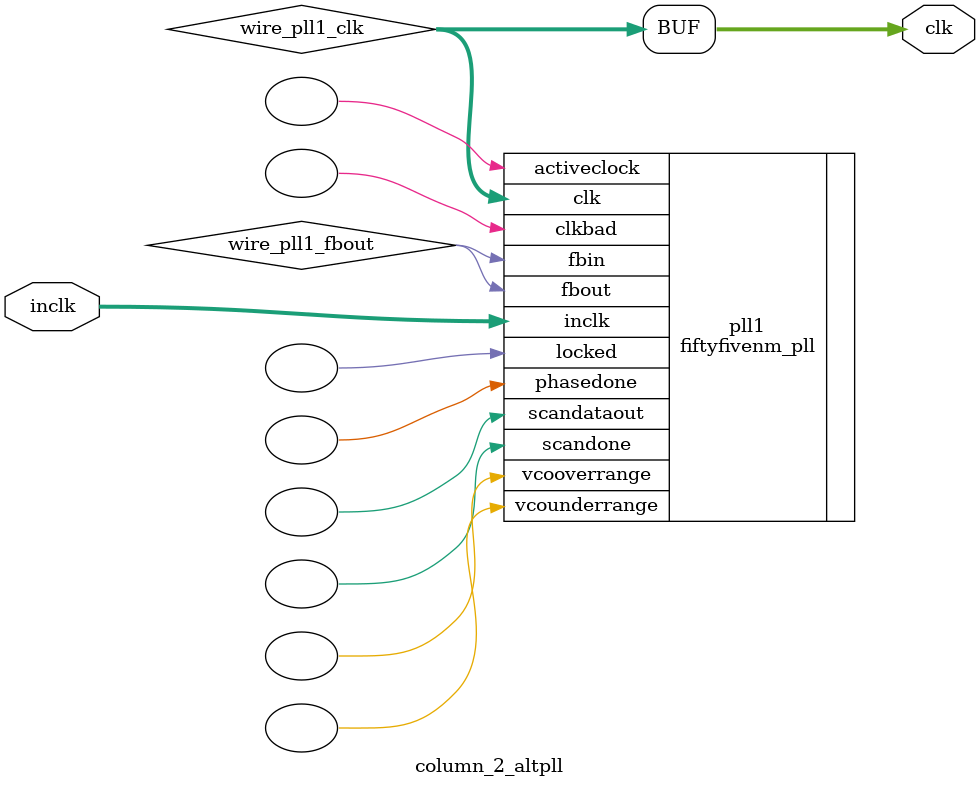
<source format=v>






//synthesis_resources = fiftyfivenm_pll 1 
//synopsys translate_off
`timescale 1 ps / 1 ps
//synopsys translate_on
module  column_2_altpll
	( 
	clk,
	inclk) /* synthesis synthesis_clearbox=1 */;
	output   [4:0]  clk;
	input   [1:0]  inclk;
`ifndef ALTERA_RESERVED_QIS
// synopsys translate_off
`endif
	tri0   [1:0]  inclk;
`ifndef ALTERA_RESERVED_QIS
// synopsys translate_on
`endif

	wire  [4:0]   wire_pll1_clk;
	wire  wire_pll1_fbout;

	fiftyfivenm_pll   pll1
	( 
	.activeclock(),
	.clk(wire_pll1_clk),
	.clkbad(),
	.fbin(wire_pll1_fbout),
	.fbout(wire_pll1_fbout),
	.inclk(inclk),
	.locked(),
	.phasedone(),
	.scandataout(),
	.scandone(),
	.vcooverrange(),
	.vcounderrange()
	`ifndef FORMAL_VERIFICATION
	// synopsys translate_off
	`endif
	,
	.areset(1'b0),
	.clkswitch(1'b0),
	.configupdate(1'b0),
	.pfdena(1'b1),
	.phasecounterselect({3{1'b0}}),
	.phasestep(1'b0),
	.phaseupdown(1'b0),
	.scanclk(1'b0),
	.scanclkena(1'b1),
	.scandata(1'b0)
	`ifndef FORMAL_VERIFICATION
	// synopsys translate_on
	`endif
	);
	defparam
		pll1.bandwidth_type = "auto",
		pll1.clk0_divide_by = 6000000,
		pll1.clk0_duty_cycle = 50,
		pll1.clk0_multiply_by = 1477,
		pll1.clk0_phase_shift = "0",
		pll1.compensate_clock = "clk0",
		pll1.inclk0_input_frequency = 83333,
		pll1.operation_mode = "normal",
		pll1.pll_type = "auto",
		pll1.lpm_type = "fiftyfivenm_pll";
	assign
		clk = {wire_pll1_clk[4:0]};
endmodule //column_2_altpll
//VALID FILE

</source>
